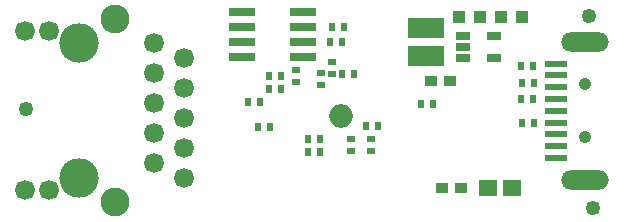
<source format=gbr>
G04 #@! TF.GenerationSoftware,KiCad,Pcbnew,5.99.0-unknown-efbc802~86~ubuntu18.04.1*
G04 #@! TF.CreationDate,2019-09-12T13:39:23+03:00*
G04 #@! TF.ProjectId,USB-GIGABIT_Rev_C,5553422d-4749-4474-9142-49545f526576,rev?*
G04 #@! TF.SameCoordinates,Original*
G04 #@! TF.FileFunction,Soldermask,Bot*
G04 #@! TF.FilePolarity,Negative*
%FSLAX46Y46*%
G04 Gerber Fmt 4.6, Leading zero omitted, Abs format (unit mm)*
G04 Created by KiCad (PCBNEW 5.99.0-unknown-efbc802~86~ubuntu18.04.1) date 2019-09-12 13:39:23*
%MOMM*%
%LPD*%
G04 APERTURE LIST*
%ADD10R,1.301600X0.651600*%
%ADD11R,1.117600X1.117600*%
%ADD12R,3.101600X1.701600*%
%ADD13O,4.040000X1.640000*%
%ADD14R,1.840000X0.540000*%
%ADD15C,1.040000*%
%ADD16O,2.000000X2.000000*%
%ADD17C,1.254000*%
%ADD18R,0.601600X0.651600*%
%ADD19R,0.651600X0.601600*%
%ADD20R,1.001600X0.901600*%
%ADD21R,1.625600X1.371600*%
%ADD22C,3.340000*%
%ADD23C,2.440000*%
%ADD24C,1.690000*%
%ADD25R,2.301600X0.701600*%
G04 APERTURE END LIST*
D10*
X93850000Y-65550000D03*
X93850000Y-64600000D03*
X93850000Y-63650000D03*
X96450000Y-65550000D03*
X96450000Y-63650000D03*
D11*
X95289000Y-62050000D03*
X93511000Y-62050000D03*
X98889000Y-62050000D03*
X97111000Y-62050000D03*
D12*
X90700000Y-65400000D03*
X90700000Y-63000000D03*
D13*
X104200000Y-64150000D03*
X104200000Y-75850000D03*
D14*
X101700000Y-66000000D03*
X101700000Y-67000000D03*
X101700000Y-68000000D03*
X101700000Y-69000000D03*
X101700000Y-70000000D03*
X101700000Y-71000000D03*
X101700000Y-72000000D03*
X101700000Y-73000000D03*
X101700000Y-74000000D03*
D15*
X104200000Y-67750000D03*
X104200000Y-72250000D03*
D16*
X83500000Y-70405500D03*
D17*
X104850000Y-78200000D03*
X104500000Y-62000000D03*
X56850000Y-69850000D03*
D18*
X99847400Y-67650000D03*
X98831400Y-67650000D03*
X99808000Y-66200000D03*
X98792000Y-66200000D03*
D19*
X79768700Y-67576700D03*
X79768700Y-66560700D03*
D18*
X80708500Y-72374000D03*
X81724500Y-72374000D03*
D20*
X92100500Y-76517500D03*
X93700500Y-76517500D03*
D18*
X86677500Y-71294500D03*
X85661500Y-71294500D03*
D19*
X82791300Y-65874900D03*
X82791300Y-66890900D03*
D18*
X76695300Y-69240400D03*
X75679300Y-69240400D03*
D20*
X92750000Y-67500000D03*
X91150000Y-67500000D03*
D18*
X77546200Y-71399400D03*
X76530200Y-71399400D03*
D19*
X81838800Y-66827400D03*
X81838800Y-67843400D03*
D18*
X91308000Y-69400000D03*
X90292000Y-69400000D03*
X84645500Y-66903600D03*
X83629500Y-66903600D03*
X80708500Y-73453500D03*
X81724500Y-73453500D03*
D19*
X84391500Y-73390000D03*
X84391500Y-72374000D03*
X86042500Y-73390000D03*
X86042500Y-72374000D03*
D21*
X97980501Y-76517500D03*
X95948501Y-76517500D03*
D22*
X61341500Y-75715000D03*
X61341500Y-64285000D03*
D23*
X64389500Y-77747000D03*
X64389500Y-62253000D03*
D24*
X56769500Y-76731000D03*
X58801500Y-76731000D03*
X56769500Y-63269000D03*
X58801500Y-63269000D03*
X70231500Y-75715000D03*
X67691500Y-74445000D03*
X70231500Y-73175000D03*
X67691500Y-71905000D03*
X70231500Y-70635000D03*
X67691500Y-69365000D03*
X70231500Y-68095000D03*
X67691500Y-66825000D03*
X70231500Y-65555000D03*
X67691500Y-64285000D03*
D18*
X99796600Y-68999100D03*
X98780600Y-68999100D03*
X99847400Y-70993000D03*
X98831400Y-70993000D03*
X82740500Y-62912500D03*
X83756500Y-62912500D03*
X83629500Y-64182500D03*
X82613500Y-64182500D03*
X78422500Y-67040000D03*
X77406500Y-67040000D03*
X77406500Y-68183000D03*
X78422500Y-68183000D03*
D25*
X75124000Y-61642500D03*
X75124000Y-62912500D03*
X75124000Y-64182500D03*
X75124000Y-65452500D03*
X80324000Y-65452500D03*
X80324000Y-64182500D03*
X80324000Y-62912500D03*
X80324000Y-61642500D03*
M02*

</source>
